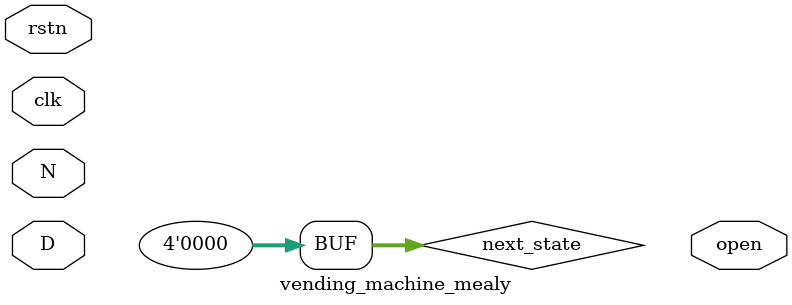
<source format=sv>
module vending_machine_mealy( 
  input logic clk, rstn,  
  input logic N, D,
  output logic open);

  // state encoding and state variables
  parameter[3:0] CENTS_0=0, CENTS_5=1, CENTS_10=2, CENTS_15=3;
  logic[3:0] present_state, next_state; 

  // Note : output open is not registered in this example for students to compare moore and mealy machine waveform and see what is the different between mealy and moore
  // remember we learnt in class that mealy reacts immediately to change in input !!

  // Sequential Logic for present state
  always_ff@(posedge clk) begin
    if(!rstn) begin
      present_state <= 0; 
      present_state[CENTS_0] <= 1'b1;
    end 
    else begin
      present_state <= next_state; 
    end
  end

  // Combination Logic for Next State and Output
  always_comb begin 
    next_state = 4'b0;
    priority case(1'b1)
    present_state[CENTS_0]: begin

      // student to add logic here
      
    end
    present_state[CENTS_5]: begin

      // student to add logic here

    end
    present_state[CENTS_10]: begin

      // student to add logic here

    end
    present_state[CENTS_15]: begin

      // student to add logic here

    end
    default: begin

      // student to add logic here

    end
    endcase
  end
endmodule: vending_machine_mealy

</source>
